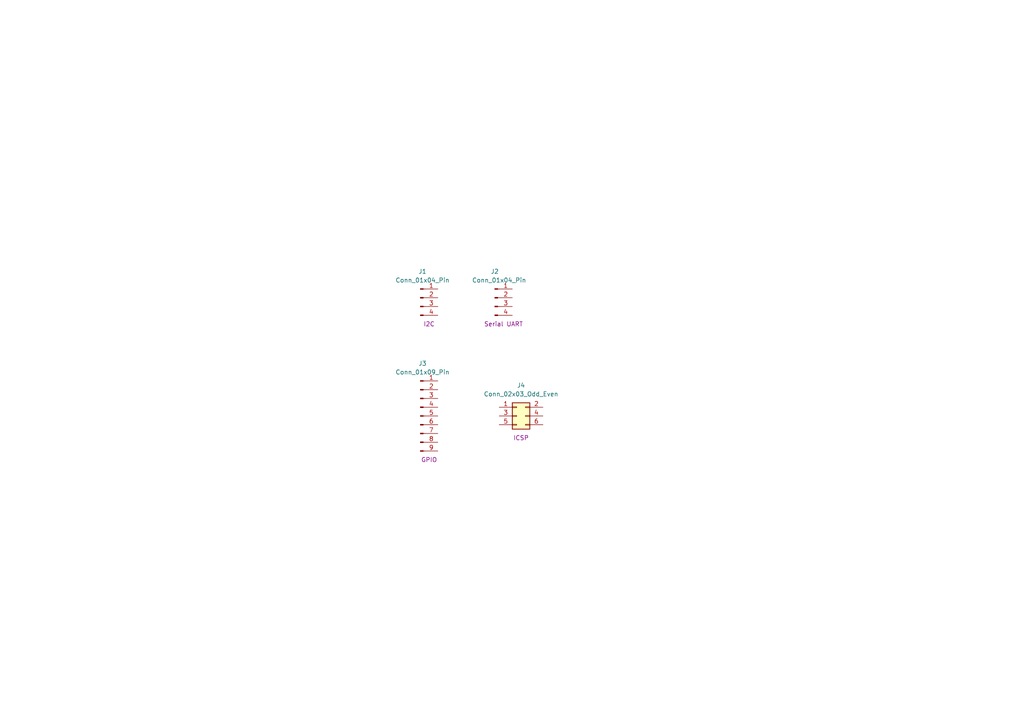
<source format=kicad_sch>
(kicad_sch (version 20230121) (generator eeschema)
  (paper "A4")
  (lib_symbols
    (symbol "Connector:Conn_01x04_Pin" (pin_names (offset 1.016) hide)
      (property "Reference" "J" (at 0 5.08 0))
      (property "Value" "Conn_01x04_Pin" (at 0 -7.62 0))
      (symbol "Conn_01x04_Pin_1_1"
        (polyline (pts (xy 1.27 -5.08) (xy 0.8636 -5.08)) (stroke (width 0.1524)))
        (polyline (pts (xy 1.27 -2.54) (xy 0.8636 -2.54)) (stroke (width 0.1524)))
        (polyline (pts (xy 1.27 0) (xy 0.8636 0)) (stroke (width 0.1524)))
        (polyline (pts (xy 1.27 2.54) (xy 0.8636 2.54)) (stroke (width 0.1524)))
        (rectangle (start 0.8636 -4.953) (end 0 -5.207) (stroke (width 0.1524)) (fill (type outline)))
        (rectangle (start 0.8636 -2.413) (end 0 -2.667) (stroke (width 0.1524)) (fill (type outline)))
        (rectangle (start 0.8636 0.127) (end 0 -0.127) (stroke (width 0.1524)) (fill (type outline)))
        (rectangle (start 0.8636 2.667) (end 0 2.413) (stroke (width 0.1524)) (fill (type outline)))
        (pin passive line (at 5.08 2.54 180) (length 3.81) (name "Pin_1") (number "1"))
        (pin passive line (at 5.08 0 180) (length 3.81) (name "Pin_2") (number "2"))
        (pin passive line (at 5.08 -2.54 180) (length 3.81) (name "Pin_3") (number "3"))
        (pin passive line (at 5.08 -5.08 180) (length 3.81) (name "Pin_4") (number "4"))
      )
    )
    (symbol "Connector:Conn_01x09_Pin" (pin_names (offset 1.016) hide)
      (property "Reference" "J" (at 0 12.7 0))
      (property "Value" "Conn_01x09_Pin" (at 0 -12.7 0))
      (symbol "Conn_01x09_Pin_1_1"
        (polyline (pts (xy 1.27 -10.16) (xy 0.8636 -10.16)) (stroke (width 0.1524)))
        (polyline (pts (xy 1.27 -7.62) (xy 0.8636 -7.62)) (stroke (width 0.1524)))
        (polyline (pts (xy 1.27 -5.08) (xy 0.8636 -5.08)) (stroke (width 0.1524)))
        (polyline (pts (xy 1.27 -2.54) (xy 0.8636 -2.54)) (stroke (width 0.1524)))
        (polyline (pts (xy 1.27 0) (xy 0.8636 0)) (stroke (width 0.1524)))
        (polyline (pts (xy 1.27 2.54) (xy 0.8636 2.54)) (stroke (width 0.1524)))
        (polyline (pts (xy 1.27 5.08) (xy 0.8636 5.08)) (stroke (width 0.1524)))
        (polyline (pts (xy 1.27 7.62) (xy 0.8636 7.62)) (stroke (width 0.1524)))
        (polyline (pts (xy 1.27 10.16) (xy 0.8636 10.16)) (stroke (width 0.1524)))
        (rectangle (start 0.8636 -10.033) (end 0 -10.287) (stroke (width 0.1524)) (fill (type outline)))
        (rectangle (start 0.8636 -7.493) (end 0 -7.747) (stroke (width 0.1524)) (fill (type outline)))
        (rectangle (start 0.8636 -4.953) (end 0 -5.207) (stroke (width 0.1524)) (fill (type outline)))
        (rectangle (start 0.8636 -2.413) (end 0 -2.667) (stroke (width 0.1524)) (fill (type outline)))
        (rectangle (start 0.8636 0.127) (end 0 -0.127) (stroke (width 0.1524)) (fill (type outline)))
        (rectangle (start 0.8636 2.667) (end 0 2.413) (stroke (width 0.1524)) (fill (type outline)))
        (rectangle (start 0.8636 5.207) (end 0 4.953) (stroke (width 0.1524)) (fill (type outline)))
        (rectangle (start 0.8636 7.747) (end 0 7.493) (stroke (width 0.1524)) (fill (type outline)))
        (rectangle (start 0.8636 10.287) (end 0 10.033) (stroke (width 0.1524)) (fill (type outline)))
        (pin passive line (at 5.08 10.16 180) (length 3.81) (name "Pin_1") (number "1"))
        (pin passive line (at 5.08 7.62 180) (length 3.81) (name "Pin_2") (number "2"))
        (pin passive line (at 5.08 5.08 180) (length 3.81) (name "Pin_3") (number "3"))
        (pin passive line (at 5.08 2.54 180) (length 3.81) (name "Pin_4") (number "4"))
        (pin passive line (at 5.08 0 180) (length 3.81) (name "Pin_5") (number "5"))
        (pin passive line (at 5.08 -2.54 180) (length 3.81) (name "Pin_6") (number "6"))
        (pin passive line (at 5.08 -5.08 180) (length 3.81) (name "Pin_7") (number "7"))
        (pin passive line (at 5.08 -7.62 180) (length 3.81) (name "Pin_8") (number "8"))
        (pin passive line (at 5.08 -10.16 180) (length 3.81) (name "Pin_9") (number "9"))
      )
    )
    (symbol "Connector_Generic:Conn_02x03_Odd_Even" (pin_names (offset 1.016) hide)
      (property "Reference" "J" (at 1.27 5.08 0))
      (property "Value" "Conn_02x03_Odd_Even" (at 1.27 -5.08 0))
      (symbol "Conn_02x03_Odd_Even_1_1"
        (rectangle (start -1.27 -2.413) (end 0 -2.667) (stroke (width 0.1524)))
        (rectangle (start -1.27 0.127) (end 0 -0.127) (stroke (width 0.1524)))
        (rectangle (start -1.27 2.667) (end 0 2.413) (stroke (width 0.1524)))
        (rectangle (start -1.27 3.81) (end 3.81 -3.81) (stroke (width 0.254)) (fill (type background)))
        (rectangle (start 3.81 -2.413) (end 2.54 -2.667) (stroke (width 0.1524)))
        (rectangle (start 3.81 0.127) (end 2.54 -0.127) (stroke (width 0.1524)))
        (rectangle (start 3.81 2.667) (end 2.54 2.413) (stroke (width 0.1524)))
        (pin passive line (at -5.08 2.54 0) (length 3.81) (name "Pin_1") (number "1"))
        (pin passive line (at 7.62 2.54 180) (length 3.81) (name "Pin_2") (number "2"))
        (pin passive line (at -5.08 0 0) (length 3.81) (name "Pin_3") (number "3"))
        (pin passive line (at 7.62 0 180) (length 3.81) (name "Pin_4") (number "4"))
        (pin passive line (at -5.08 -2.54 0) (length 3.81) (name "Pin_5") (number "5"))
        (pin passive line (at 7.62 -2.54 180) (length 3.81) (name "Pin_6") (number "6"))
      )
    )
  )
  (symbol (lib_id "Connector:Conn_01x04_Pin") (at 143.51 86.36 0) (unit 1)
    (property "Reference" "J2" (at 143.51 78.74 0))
    (property "Value" "Conn_01x04_Pin" (at 144.78 81.28 0))
    (property "Purpose" "Serial UART" (at 146.05 93.98 0))
  )
  (symbol (lib_id "Connector_Generic:Conn_02x03_Odd_Even") (at 149.86 120.65 0) (unit 1)
    (property "Reference" "J4" (at 151.13 111.76 0))
    (property "Value" "Conn_02x03_Odd_Even" (at 151.13 114.3 0))
    (property "Purpose" "ICSP" (at 151.13 127 0))
  )
  (symbol (lib_id "Connector:Conn_01x09_Pin") (at 121.92 120.65 0) (unit 1)
    (property "Reference" "J3" (at 122.555 105.41 0))
    (property "Value" "Conn_01x09_Pin" (at 122.555 107.95 0))
    (property "Purpose" "GPIO" (at 124.46 133.35 0))
  )
  (symbol (lib_id "Connector:Conn_01x04_Pin") (at 121.92 86.36 0) (unit 1)
    (property "Reference" "J1" (at 122.555 78.74 0))
    (property "Value" "Conn_01x04_Pin" (at 122.555 81.28 0))
    (property "Purpose" "I2C" (at 124.46 93.98 0))
  )
)
</source>
